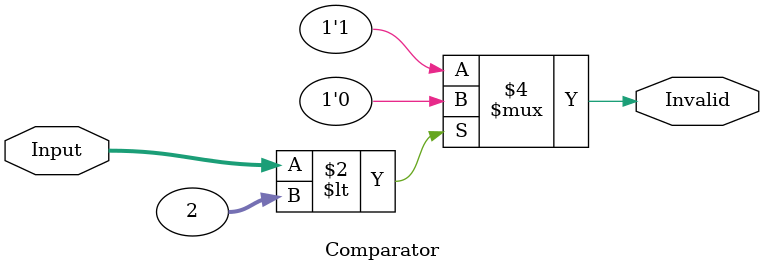
<source format=v>
module Comparator(Input, Invalid);
parameter NumOfBit= 8;
input [NumOfBit-1:0]Input;
output reg Invalid;

always @(Input)
begin
  if(Input < 2)
    Invalid <= 0;
  else
    Invalid <= 1;
end

endmodule


</source>
